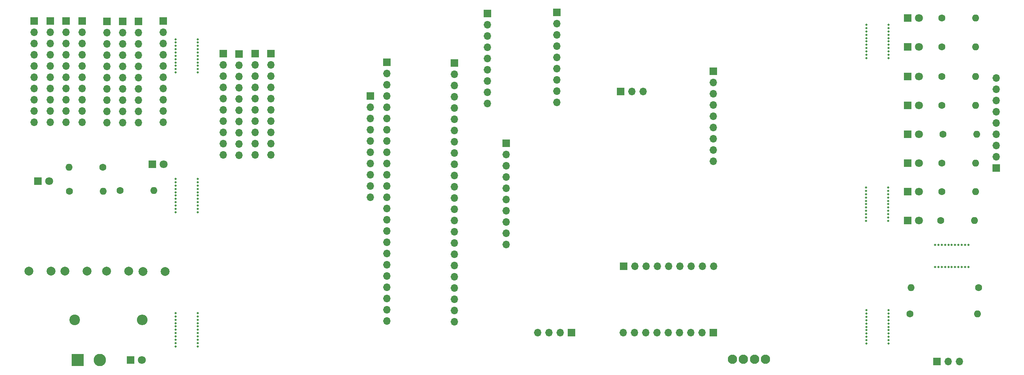
<source format=gbr>
%TF.GenerationSoftware,KiCad,Pcbnew,8.0.7*%
%TF.CreationDate,2025-06-17T16:53:58+08:00*%
%TF.ProjectId,TT_0.4_Control_board!,54545f30-2e34-45f4-936f-6e74726f6c5f,rev?*%
%TF.SameCoordinates,Original*%
%TF.FileFunction,Soldermask,Bot*%
%TF.FilePolarity,Negative*%
%FSLAX46Y46*%
G04 Gerber Fmt 4.6, Leading zero omitted, Abs format (unit mm)*
G04 Created by KiCad (PCBNEW 8.0.7) date 2025-06-17 16:53:58*
%MOMM*%
%LPD*%
G01*
G04 APERTURE LIST*
%ADD10R,1.700000X1.700000*%
%ADD11O,1.700000X1.700000*%
%ADD12C,1.600000*%
%ADD13O,1.600000X1.600000*%
%ADD14C,2.100000*%
%ADD15C,0.500000*%
%ADD16R,2.800000X2.800000*%
%ADD17C,2.800000*%
%ADD18R,1.800000X1.800000*%
%ADD19C,1.800000*%
%ADD20C,2.000000*%
%ADD21C,2.400000*%
%ADD22O,2.400000X2.400000*%
G04 APERTURE END LIST*
D10*
%TO.C,J1*%
X239510000Y-142550000D03*
D11*
X242050000Y-142550000D03*
X244590000Y-142550000D03*
%TD*%
D12*
%TO.C,R14*%
X51310000Y-98650000D03*
D13*
X43690000Y-98650000D03*
%TD*%
D12*
%TO.C,R13*%
X43740000Y-104050000D03*
D13*
X51360000Y-104050000D03*
%TD*%
D10*
%TO.C,J24*%
X85650000Y-73010000D03*
D11*
X85650000Y-75550000D03*
X85650000Y-78090000D03*
X85650000Y-80630000D03*
X85650000Y-83170000D03*
X85650000Y-85710000D03*
X85650000Y-88250000D03*
X85650000Y-90790000D03*
X85650000Y-93330000D03*
X85650000Y-95870000D03*
%TD*%
D14*
%TO.C,J18*%
X193325000Y-142035000D03*
X195825000Y-142035000D03*
X198325000Y-142035000D03*
X200825000Y-142035000D03*
%TD*%
D15*
%TO.C,mouse-bite-5mm-slot*%
X223600000Y-138450000D03*
X228600000Y-138450000D03*
X223600000Y-137700000D03*
X223600000Y-137700000D03*
X228600000Y-137700000D03*
X228600000Y-137700000D03*
X223600000Y-136950000D03*
X228600000Y-136950000D03*
X223600000Y-136200000D03*
X228600000Y-136200000D03*
X223600000Y-135450000D03*
X228600000Y-135450000D03*
X223600000Y-134700000D03*
X228600000Y-134700000D03*
X223600000Y-133950000D03*
X228600000Y-133950000D03*
X223600000Y-133200000D03*
X228600000Y-133200000D03*
X223600000Y-132450000D03*
X228600000Y-132450000D03*
X223600000Y-131700000D03*
X228600000Y-131700000D03*
X223600000Y-130950000D03*
X228600000Y-130950000D03*
%TD*%
D10*
%TO.C,J23*%
X78450000Y-73010000D03*
D11*
X78450000Y-75550000D03*
X78450000Y-78090000D03*
X78450000Y-80630000D03*
X78450000Y-83170000D03*
X78450000Y-85710000D03*
X78450000Y-88250000D03*
X78450000Y-90790000D03*
X78450000Y-93330000D03*
X78450000Y-95870000D03*
%TD*%
D12*
%TO.C,R2*%
X233430000Y-131800000D03*
D13*
X248670000Y-131800000D03*
%TD*%
D10*
%TO.C,J25*%
X89250000Y-73010000D03*
D11*
X89250000Y-75550000D03*
X89250000Y-78090000D03*
X89250000Y-80630000D03*
X89250000Y-83170000D03*
X89250000Y-85710000D03*
X89250000Y-88250000D03*
X89250000Y-90790000D03*
X89250000Y-93330000D03*
X89250000Y-95870000D03*
%TD*%
D10*
%TO.C,REF\u002A\u002A*%
X138075000Y-63915000D03*
D11*
X138075000Y-66455000D03*
X138075000Y-68995000D03*
X138075000Y-71535000D03*
X138075000Y-74075000D03*
X138075000Y-76615000D03*
X138075000Y-79155000D03*
X138075000Y-81695000D03*
X138075000Y-84235000D03*
%TD*%
D15*
%TO.C,mouse-bite-5mm-slot*%
X67700000Y-139100000D03*
X72700000Y-139100000D03*
X67700000Y-138350000D03*
X67700000Y-138350000D03*
X72700000Y-138350000D03*
X72700000Y-138350000D03*
X67700000Y-137600000D03*
X72700000Y-137600000D03*
X67700000Y-136850000D03*
X72700000Y-136850000D03*
X67700000Y-136100000D03*
X72700000Y-136100000D03*
X67700000Y-135350000D03*
X72700000Y-135350000D03*
X67700000Y-134600000D03*
X72700000Y-134600000D03*
X67700000Y-133850000D03*
X72700000Y-133850000D03*
X67700000Y-133100000D03*
X72700000Y-133100000D03*
X67700000Y-132350000D03*
X72700000Y-132350000D03*
X67700000Y-131600000D03*
X72700000Y-131600000D03*
%TD*%
D10*
%TO.C,REF\u002A\u002A*%
X168775000Y-121035000D03*
D11*
X171315000Y-121035000D03*
X173855000Y-121035000D03*
X176395000Y-121035000D03*
X178935000Y-121035000D03*
X181475000Y-121035000D03*
X184015000Y-121035000D03*
X186555000Y-121035000D03*
X189095000Y-121035000D03*
%TD*%
D16*
%TO.C,J2*%
X45600000Y-142150000D03*
D17*
X50600000Y-142150000D03*
%TD*%
D15*
%TO.C,mouse-bite-5mm-slot*%
X246600000Y-121150000D03*
X246600000Y-116150000D03*
X245850000Y-121150000D03*
X245850000Y-121150000D03*
X245850000Y-116150000D03*
X245850000Y-116150000D03*
X245100000Y-121150000D03*
X245100000Y-116150000D03*
X244350000Y-121150000D03*
X244350000Y-116150000D03*
X243600000Y-121150000D03*
X243600000Y-116150000D03*
X242850000Y-121150000D03*
X242850000Y-116150000D03*
X242100000Y-121150000D03*
X242100000Y-116150000D03*
X241350000Y-121150000D03*
X241350000Y-116150000D03*
X240600000Y-121150000D03*
X240600000Y-116150000D03*
X239850000Y-121150000D03*
X239850000Y-116150000D03*
X239100000Y-121150000D03*
X239100000Y-116150000D03*
%TD*%
D10*
%TO.C,J12*%
X153775000Y-63715000D03*
D11*
X153775000Y-66255000D03*
X153775000Y-68795000D03*
X153775000Y-71335000D03*
X153775000Y-73875000D03*
X153775000Y-76415000D03*
X153775000Y-78955000D03*
X153775000Y-81495000D03*
X153775000Y-84035000D03*
%TD*%
D18*
%TO.C,D11*%
X36625000Y-101800000D03*
D19*
X39165000Y-101800000D03*
%TD*%
D12*
%TO.C,R6*%
X240850000Y-91200000D03*
D13*
X248470000Y-91200000D03*
%TD*%
D10*
%TO.C,J7*%
X39400000Y-65650000D03*
D11*
X39400000Y-68190000D03*
X39400000Y-70730000D03*
X39400000Y-73270000D03*
X39400000Y-75810000D03*
X39400000Y-78350000D03*
X39400000Y-80890000D03*
X39400000Y-83430000D03*
X39400000Y-85970000D03*
X39400000Y-88510000D03*
%TD*%
D10*
%TO.C,J6*%
X157075000Y-136035000D03*
D11*
X154535000Y-136035000D03*
X151995000Y-136035000D03*
X149455000Y-136035000D03*
%TD*%
D12*
%TO.C,R10*%
X240600000Y-64950000D03*
D13*
X248220000Y-64950000D03*
%TD*%
D15*
%TO.C,mouse-bite-5mm-slot*%
X67700000Y-77250000D03*
X72700000Y-77250000D03*
X67700000Y-76500000D03*
X67700000Y-76500000D03*
X72700000Y-76500000D03*
X72700000Y-76500000D03*
X67700000Y-75750000D03*
X72700000Y-75750000D03*
X67700000Y-75000000D03*
X72700000Y-75000000D03*
X67700000Y-74250000D03*
X72700000Y-74250000D03*
X67700000Y-73500000D03*
X72700000Y-73500000D03*
X67700000Y-72750000D03*
X72700000Y-72750000D03*
X67700000Y-72000000D03*
X72700000Y-72000000D03*
X67700000Y-71250000D03*
X72700000Y-71250000D03*
X67700000Y-70500000D03*
X72700000Y-70500000D03*
X67700000Y-69750000D03*
X72700000Y-69750000D03*
%TD*%
D12*
%TO.C,R4*%
X240600000Y-104200000D03*
D13*
X248220000Y-104200000D03*
%TD*%
D10*
%TO.C,J20*%
X252850000Y-98860000D03*
D11*
X252850000Y-96320000D03*
X252850000Y-93780000D03*
X252850000Y-91240000D03*
X252850000Y-88700000D03*
X252850000Y-86160000D03*
X252850000Y-83620000D03*
X252850000Y-81080000D03*
X252850000Y-78540000D03*
%TD*%
D10*
%TO.C,J14*%
X35800000Y-65650000D03*
D11*
X35800000Y-68190000D03*
X35800000Y-70730000D03*
X35800000Y-73270000D03*
X35800000Y-75810000D03*
X35800000Y-78350000D03*
X35800000Y-80890000D03*
X35800000Y-83430000D03*
X35800000Y-85970000D03*
X35800000Y-88510000D03*
%TD*%
D20*
%TO.C,C4*%
X60350000Y-122200000D03*
X65350000Y-122200000D03*
%TD*%
D18*
%TO.C,D9*%
X57600000Y-142150000D03*
D19*
X60140000Y-142150000D03*
%TD*%
D10*
%TO.C,J21*%
X115400000Y-74960000D03*
D11*
X115400000Y-77500000D03*
X115400000Y-80040000D03*
X115400000Y-82580000D03*
X115400000Y-85120000D03*
X115400000Y-87660000D03*
X115400000Y-90200000D03*
X115400000Y-92740000D03*
X115400000Y-95280000D03*
X115400000Y-97820000D03*
X115400000Y-100360000D03*
X115400000Y-102900000D03*
X115400000Y-105440000D03*
X115400000Y-107980000D03*
X115400000Y-110520000D03*
X115400000Y-113060000D03*
X115400000Y-115600000D03*
X115400000Y-118140000D03*
X115400000Y-120680000D03*
X115400000Y-123220000D03*
X115400000Y-125760000D03*
X115400000Y-128300000D03*
X115400000Y-130840000D03*
X115400000Y-133380000D03*
%TD*%
D10*
%TO.C,J5*%
X142275000Y-93235000D03*
D11*
X142275000Y-95775000D03*
X142275000Y-98315000D03*
X142275000Y-100855000D03*
X142275000Y-103395000D03*
X142275000Y-105935000D03*
X142275000Y-108475000D03*
X142275000Y-111015000D03*
X142275000Y-113555000D03*
X142275000Y-116095000D03*
%TD*%
D10*
%TO.C,J19*%
X189010000Y-76975000D03*
D11*
X189010000Y-79515000D03*
X189010000Y-82055000D03*
X189010000Y-84595000D03*
X189010000Y-87135000D03*
X189010000Y-89675000D03*
X189010000Y-92215000D03*
X189010000Y-94755000D03*
X189010000Y-97295000D03*
%TD*%
D10*
%TO.C,J13*%
X189075000Y-136035000D03*
D11*
X186535000Y-136035000D03*
X183995000Y-136035000D03*
X181455000Y-136035000D03*
X178915000Y-136035000D03*
X176375000Y-136035000D03*
X173835000Y-136035000D03*
X171295000Y-136035000D03*
X168755000Y-136035000D03*
%TD*%
D20*
%TO.C,C3*%
X52100000Y-122150000D03*
X57100000Y-122150000D03*
%TD*%
D21*
%TO.C,R11*%
X44980000Y-133150000D03*
D22*
X60220000Y-133150000D03*
%TD*%
D15*
%TO.C,mouse-bite-5mm-slot*%
X67750000Y-108800000D03*
X72750000Y-108800000D03*
X67750000Y-108050000D03*
X67750000Y-108050000D03*
X72750000Y-108050000D03*
X72750000Y-108050000D03*
X67750000Y-107300000D03*
X72750000Y-107300000D03*
X67750000Y-106550000D03*
X72750000Y-106550000D03*
X67750000Y-105800000D03*
X72750000Y-105800000D03*
X67750000Y-105050000D03*
X72750000Y-105050000D03*
X67750000Y-104300000D03*
X72750000Y-104300000D03*
X67750000Y-103550000D03*
X72750000Y-103550000D03*
X67750000Y-102800000D03*
X72750000Y-102800000D03*
X67750000Y-102050000D03*
X72750000Y-102050000D03*
X67750000Y-101300000D03*
X72750000Y-101300000D03*
%TD*%
D10*
%TO.C,J8*%
X52190000Y-65710000D03*
D11*
X52190000Y-68250000D03*
X52190000Y-70790000D03*
X52190000Y-73330000D03*
X52190000Y-75870000D03*
X52190000Y-78410000D03*
X52190000Y-80950000D03*
X52190000Y-83490000D03*
X52190000Y-86030000D03*
X52190000Y-88570000D03*
%TD*%
D20*
%TO.C,C1*%
X34600000Y-122150000D03*
X39600000Y-122150000D03*
%TD*%
D12*
%TO.C,R3*%
X240350000Y-110700000D03*
D13*
X247970000Y-110700000D03*
%TD*%
D12*
%TO.C,R5*%
X240600000Y-97700000D03*
D13*
X248220000Y-97700000D03*
%TD*%
D15*
%TO.C,mouse-bite-5mm-slot*%
X223500000Y-110750000D03*
X228500000Y-110750000D03*
X223500000Y-110000000D03*
X223500000Y-110000000D03*
X228500000Y-110000000D03*
X228500000Y-110000000D03*
X223500000Y-109250000D03*
X228500000Y-109250000D03*
X223500000Y-108500000D03*
X228500000Y-108500000D03*
X223500000Y-107750000D03*
X228500000Y-107750000D03*
X223500000Y-107000000D03*
X228500000Y-107000000D03*
X223500000Y-106250000D03*
X228500000Y-106250000D03*
X223500000Y-105500000D03*
X228500000Y-105500000D03*
X223500000Y-104750000D03*
X228500000Y-104750000D03*
X223500000Y-104000000D03*
X228500000Y-104000000D03*
X223500000Y-103250000D03*
X228500000Y-103250000D03*
%TD*%
%TO.C,mouse-bite-5mm-slot*%
X223550000Y-74000000D03*
X228550000Y-74000000D03*
X223550000Y-73250000D03*
X223550000Y-73250000D03*
X228550000Y-73250000D03*
X228550000Y-73250000D03*
X223550000Y-72500000D03*
X228550000Y-72500000D03*
X223550000Y-71750000D03*
X228550000Y-71750000D03*
X223550000Y-71000000D03*
X228550000Y-71000000D03*
X223550000Y-70250000D03*
X228550000Y-70250000D03*
X223550000Y-69500000D03*
X228550000Y-69500000D03*
X223550000Y-68750000D03*
X228550000Y-68750000D03*
X223550000Y-68000000D03*
X228550000Y-68000000D03*
X223550000Y-67250000D03*
X228550000Y-67250000D03*
X223550000Y-66500000D03*
X228550000Y-66500000D03*
%TD*%
D10*
%TO.C,J11*%
X43000000Y-65650000D03*
D11*
X43000000Y-68190000D03*
X43000000Y-70730000D03*
X43000000Y-73270000D03*
X43000000Y-75810000D03*
X43000000Y-78350000D03*
X43000000Y-80890000D03*
X43000000Y-83430000D03*
X43000000Y-85970000D03*
X43000000Y-88510000D03*
%TD*%
D20*
%TO.C,C2*%
X42750000Y-122100000D03*
X47750000Y-122100000D03*
%TD*%
D12*
%TO.C,R7*%
X240600000Y-84700000D03*
D13*
X248220000Y-84700000D03*
%TD*%
D18*
%TO.C,D5*%
X232870000Y-84700000D03*
D19*
X235410000Y-84700000D03*
%TD*%
D18*
%TO.C,D10*%
X62475000Y-98000000D03*
D19*
X65015000Y-98000000D03*
%TD*%
D10*
%TO.C,J3*%
X130600000Y-75120000D03*
D11*
X130600000Y-77660000D03*
X130600000Y-80200000D03*
X130600000Y-82740000D03*
X130600000Y-85280000D03*
X130600000Y-87820000D03*
X130600000Y-90360000D03*
X130600000Y-92900000D03*
X130600000Y-95440000D03*
X130600000Y-97980000D03*
X130600000Y-100520000D03*
X130600000Y-103060000D03*
X130600000Y-105600000D03*
X130600000Y-108140000D03*
X130600000Y-110680000D03*
X130600000Y-113220000D03*
X130600000Y-115760000D03*
X130600000Y-118300000D03*
X130600000Y-120840000D03*
X130600000Y-123380000D03*
X130600000Y-125920000D03*
X130600000Y-128460000D03*
X130600000Y-131000000D03*
X130600000Y-133540000D03*
%TD*%
D10*
%TO.C,J9*%
X55780000Y-65700000D03*
D11*
X55780000Y-68240000D03*
X55780000Y-70780000D03*
X55780000Y-73320000D03*
X55780000Y-75860000D03*
X55780000Y-78400000D03*
X55780000Y-80940000D03*
X55780000Y-83480000D03*
X55780000Y-86020000D03*
X55780000Y-88560000D03*
%TD*%
D18*
%TO.C,D7*%
X232885000Y-71450000D03*
D19*
X235425000Y-71450000D03*
%TD*%
D10*
%TO.C,J22*%
X82050000Y-73060000D03*
D11*
X82050000Y-75600000D03*
X82050000Y-78140000D03*
X82050000Y-80680000D03*
X82050000Y-83220000D03*
X82050000Y-85760000D03*
X82050000Y-88300000D03*
X82050000Y-90840000D03*
X82050000Y-93380000D03*
X82050000Y-95920000D03*
%TD*%
D10*
%TO.C,J4*%
X168135000Y-81585000D03*
D11*
X170675000Y-81585000D03*
X173215000Y-81585000D03*
%TD*%
D10*
%TO.C,J10*%
X111650000Y-82560000D03*
D11*
X111650000Y-85100000D03*
X111650000Y-87640000D03*
X111650000Y-90180000D03*
X111650000Y-92720000D03*
X111650000Y-95260000D03*
X111650000Y-97800000D03*
X111650000Y-100340000D03*
X111650000Y-102880000D03*
X111650000Y-105420000D03*
%TD*%
D12*
%TO.C,R1*%
X248920000Y-125800000D03*
D13*
X233680000Y-125800000D03*
%TD*%
D12*
%TO.C,R9*%
X240600000Y-71450000D03*
D13*
X248220000Y-71450000D03*
%TD*%
D10*
%TO.C,J15*%
X46600000Y-65650000D03*
D11*
X46600000Y-68190000D03*
X46600000Y-70730000D03*
X46600000Y-73270000D03*
X46600000Y-75810000D03*
X46600000Y-78350000D03*
X46600000Y-80890000D03*
X46600000Y-83430000D03*
X46600000Y-85970000D03*
X46600000Y-88510000D03*
%TD*%
D18*
%TO.C,D8*%
X232870000Y-64950000D03*
D19*
X235410000Y-64950000D03*
%TD*%
D12*
%TO.C,R8*%
X240600000Y-78200000D03*
D13*
X248220000Y-78200000D03*
%TD*%
D18*
%TO.C,D1*%
X232910000Y-110700000D03*
D19*
X235450000Y-110700000D03*
%TD*%
D12*
%TO.C,R12*%
X55200000Y-103900000D03*
D13*
X62820000Y-103900000D03*
%TD*%
D10*
%TO.C,J16*%
X59340000Y-65710000D03*
D11*
X59340000Y-68250000D03*
X59340000Y-70790000D03*
X59340000Y-73330000D03*
X59340000Y-75870000D03*
X59340000Y-78410000D03*
X59340000Y-80950000D03*
X59340000Y-83490000D03*
X59340000Y-86030000D03*
X59340000Y-88570000D03*
%TD*%
D18*
%TO.C,D3*%
X232910000Y-97700000D03*
D19*
X235450000Y-97700000D03*
%TD*%
D18*
%TO.C,D4*%
X232870000Y-91200000D03*
D19*
X235410000Y-91200000D03*
%TD*%
D10*
%TO.C,J17*%
X64900000Y-65660000D03*
D11*
X64900000Y-68200000D03*
X64900000Y-70740000D03*
X64900000Y-73280000D03*
X64900000Y-75820000D03*
X64900000Y-78360000D03*
X64900000Y-80900000D03*
X64900000Y-83440000D03*
X64900000Y-85980000D03*
X64900000Y-88520000D03*
%TD*%
D18*
%TO.C,D6*%
X232885000Y-78200000D03*
D19*
X235425000Y-78200000D03*
%TD*%
D18*
%TO.C,D2*%
X232910000Y-104200000D03*
D19*
X235450000Y-104200000D03*
%TD*%
M02*

</source>
